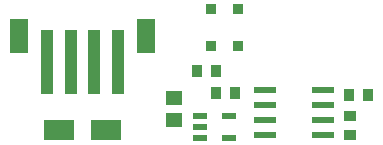
<source format=gtp>
G04*
G04 #@! TF.GenerationSoftware,Altium Limited,Altium Designer,20.1.14 (287)*
G04*
G04 Layer_Color=8421504*
%FSLAX25Y25*%
%MOIN*%
G70*
G04*
G04 #@! TF.SameCoordinates,1A763A23-7295-4F3A-9B5C-2D741166247D*
G04*
G04*
G04 #@! TF.FilePolarity,Positive*
G04*
G01*
G75*
%ADD14R,0.04724X0.02362*%
%ADD15R,0.03740X0.03937*%
%ADD16R,0.03937X0.03740*%
%ADD17R,0.07800X0.02200*%
%ADD18R,0.03740X0.03543*%
%ADD19R,0.05709X0.04528*%
%ADD20R,0.09843X0.06693*%
%ADD21R,0.06299X0.11811*%
%ADD22R,0.03937X0.21654*%
D14*
X77559Y119095D02*
D03*
Y111614D02*
D03*
X68110Y115354D02*
D03*
Y111614D02*
D03*
Y119095D02*
D03*
D15*
X79528Y126772D02*
D03*
X73228Y126771D02*
D03*
X124016Y125984D02*
D03*
X117716Y125984D02*
D03*
X66929Y134055D02*
D03*
X73229Y134056D02*
D03*
D16*
X118110Y112598D02*
D03*
X118110Y118898D02*
D03*
D17*
X89513Y127579D02*
D03*
Y122579D02*
D03*
Y117579D02*
D03*
Y112579D02*
D03*
X108913D02*
D03*
Y117579D02*
D03*
Y122579D02*
D03*
Y127579D02*
D03*
D18*
X80709Y142224D02*
D03*
Y154626D02*
D03*
X71653D02*
D03*
Y142224D02*
D03*
D19*
X59449Y117717D02*
D03*
X59448Y124803D02*
D03*
D20*
X36614Y114173D02*
D03*
X20866D02*
D03*
D21*
X7480Y145669D02*
D03*
X50000D02*
D03*
D22*
X16929Y136811D02*
D03*
X24803D02*
D03*
X32677D02*
D03*
X40551D02*
D03*
M02*

</source>
